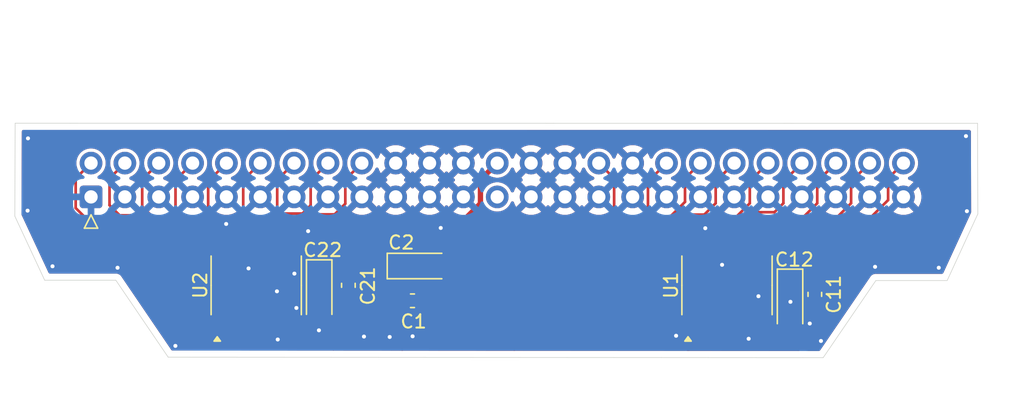
<source format=kicad_pcb>
(kicad_pcb (version 20241229) (generator "pcbnew") (generator_version "9.0")
  (layers (0 "F.Cu" signal) (2 "B.Cu" signal) (13 "F.Paste" user) (15 "B.Paste" user) (5 "F.SilkS" user "F.Silkscreen") (7 "B.SilkS" user "B.Silkscreen") (1 "F.Mask" user) (3 "B.Mask" user) (25 "Edge.Cuts" user))
  (net 0 "")
  (net 1 "SCSI_TERMPWR")
  (net 2 "GND")
  (net 3 "SCDAT0")
  (net 4 "SCDAT2")
  (net 5 "SCDAT1")
  (net 6 "SCDAT3")
  (net 7 "SCDAT5")
  (net 8 "SCDAT6")
  (net 9 "SCDAT7")
  (net 10 "SCDAT4")
  (net 11 "SCTRL_BSY")
  (net 12 "SCDATP")
  (net 13 "SCTRL_ACK")
  (net 14 "SCTRL_ATN")
  (net 15 "SCTRL_CD")
  (net 16 "SCTRL_RST")
  (net 17 "SCTRL_SEL")
  (net 18 "SCTRL_MSG")
  (net 19 "SCTRL_REQ")
  (net 20 "SCTRL_IO")
  (net 24 "VREF1")
  (net 25 "VREF2")
  (footprint "Capacitor_SMD:C_0603_1608Metric_Pad1.08x0.95mm_HandSolder" (layer "F.Cu") (at 111.04 45.61 -90)
    (property "Reference" "C21" (at 0.05 -1.47 270) (layer "F.SilkS"))
    (property "Value" "100nF")
    (fp_line (start -0.146267 0.51) (end 0.146267 0.51) (stroke (width 0.12)) (layer "F.SilkS"))
    (fp_line (start -0.146267 -0.51) (end 0.146267 -0.51) (stroke (width 0.12)) (layer "F.SilkS"))
    (pad "1" smd roundrect (at -0.8625 0 270) (size 1.075 0.95) (layers "F.Cu" "F.Mask" "F.Paste") (net 25 "VREF2"))
    (pad "2" smd roundrect (at 0.8625 0 270) (size 1.075 0.95) (layers "F.Cu" "F.Mask" "F.Paste") (net 2 "GND"))
  )
  (footprint "Capacitor_Tantalum_SMD:CP_EIA-3216-10_Kemet-I_HandSolder" (layer "F.Cu") (at 108.85 46.19 -90)
    (property "Reference" "C22" (at -3.23 -0.26 180) (layer "F.SilkS"))
    (property "Value" "4.7uF")
    (fp_line (start -2.495 0.955) (end 1.6 0.955) (stroke (width 0.12)) (layer "F.SilkS"))
    (fp_line (start -2.495 -0.955) (end -2.495 0.955) (stroke (width 0.12)) (layer "F.SilkS"))
    (fp_line (start 1.6 -0.955) (end -2.495 -0.955) (stroke (width 0.12)) (layer "F.SilkS"))
    (pad "1" smd roundrect (at -1.44 0 270) (size 1.59 1.39) (layers "F.Cu" "F.Mask" "F.Paste") (roundrect_rratio 0.179856) (net 25 "VREF2"))
    (pad "2" smd roundrect (at 1.44 0 270) (size 1.59 1.39) (layers "F.Cu" "F.Mask" "F.Paste") (roundrect_rratio 0.179856) (net 2 "GND"))
  )
  (footprint "Capacitor_Tantalum_SMD:CP_EIA-3216-10_Kemet-I_HandSolder" (layer "F.Cu") (at 116.45 44.16)
    (property "Reference" "C2" (at -1.44 -1.76 0) (layer "F.SilkS"))
    (property "Value" "4.7uF")
    (fp_line (start -2.495 -0.955) (end -2.495 0.955) (stroke (width 0.12)) (layer "F.SilkS"))
    (fp_line (start -2.495 0.955) (end 1.6 0.955) (stroke (width 0.12)) (layer "F.SilkS"))
    (fp_line (start 1.6 -0.955) (end -2.495 -0.955) (stroke (width 0.12)) (layer "F.SilkS"))
    (pad "1" smd roundrect (at -1.44 0) (size 1.59 1.39) (layers "F.Cu" "F.Mask" "F.Paste") (roundrect_rratio 0.179856) (net 1 "SCSI_TERMPWR"))
    (pad "2" smd roundrect (at 1.44 0) (size 1.59 1.39) (layers "F.Cu" "F.Mask" "F.Paste") (roundrect_rratio 0.179856) (net 2 "GND"))
  )
  (footprint "Package_SO:TSSOP-20_4.4x6.5mm_P0.65mm" (layer "F.Cu") (at 139.45 45.6125 90)
    (property "Reference" "U1" (at 0 -4.2 90) (layer "F.SilkS"))
    (property "Value" "DS21S07A")
    (fp_line (start 0 -3.385) (end 2.2 -3.385) (stroke (width 0.12)) (layer "F.SilkS"))
    (fp_line (start 0 -3.385) (end -2.2 -3.385) (stroke (width 0.12)) (layer "F.SilkS"))
    (fp_line (start 0 3.385) (end 2.2 3.385) (stroke (width 0.12)) (layer "F.SilkS"))
    (fp_line (start 0 3.385) (end -2.2 3.385) (stroke (width 0.12)) (layer "F.SilkS"))
    (fp_poly (pts (xy -3.86 -2.925) (xy -4.19 -2.685) (xy -4.19 -3.165)) (stroke (width 0.12)) (fill yes) (layer "F.SilkS"))
    (pad "1" smd roundrect (at -2.8625 -2.925 90) (size 1.475 0.4) (layers "F.Cu" "F.Mask" "F.Paste") (net 1 "SCSI_TERMPWR"))
    (pad "2" smd roundrect (at -2.8625 -2.275 90) (size 1.475 0.4) (layers "F.Cu" "F.Mask" "F.Paste") (net 2 "GND"))
    (pad "3" smd roundrect (at -2.8625 -1.625 90) (size 1.475 0.4) (layers "F.Cu" "F.Mask" "F.Paste") (net 14 "SCTRL_ATN"))
    (pad "4" smd roundrect (at -2.8625 -0.975 90) (size 1.475 0.4) (layers "F.Cu" "F.Mask" "F.Paste") (net 11 "SCTRL_BSY"))
    (pad "5" smd roundrect (at -2.8625 -0.325 90) (size 1.475 0.4) (layers "F.Cu" "F.Mask" "F.Paste") (net 13 "SCTRL_ACK"))
    (pad "6" smd roundrect (at -2.8625 0.325 90) (size 1.475 0.4) (layers "F.Cu" "F.Mask" "F.Paste") (net 16 "SCTRL_RST"))
    (pad "7" smd roundrect (at -2.8625 0.975 90) (size 1.475 0.4) (layers "F.Cu" "F.Mask" "F.Paste") (net 18 "SCTRL_MSG"))
    (pad "8" smd roundrect (at -2.8625 1.625 90) (size 1.475 0.4) (layers "F.Cu" "F.Mask" "F.Paste") (net 2 "GND"))
    (pad "9" smd roundrect (at -2.8625 2.275 90) (size 1.475 0.4) (layers "F.Cu" "F.Mask" "F.Paste") (net 24 "VREF1"))
    (pad "10" smd roundrect (at -2.8625 2.925 90) (size 1.475 0.4) (layers "F.Cu" "F.Mask" "F.Paste") (net 2 "GND"))
    (pad "11" smd roundrect (at 2.8625 2.925 90) (size 1.475 0.4) (layers "F.Cu" "F.Mask" "F.Paste") (net 1 "SCSI_TERMPWR"))
    (pad "12" smd roundrect (at 2.8625 2.275 90) (size 1.475 0.4) (layers "F.Cu" "F.Mask" "F.Paste") (net 2 "GND"))
    (pad "13" smd roundrect (at 2.8625 1.625 90) (size 1.475 0.4) (layers "F.Cu" "F.Mask" "F.Paste") (net 20 "SCTRL_IO"))
    (pad "14" smd roundrect (at 2.8625 0.975 90) (size 1.475 0.4) (layers "F.Cu" "F.Mask" "F.Paste") (net 19 "SCTRL_REQ"))
    (pad "15" smd roundrect (at 2.8625 0.325 90) (size 1.475 0.4) (layers "F.Cu" "F.Mask" "F.Paste") (net 15 "SCTRL_CD"))
    (pad "16" smd roundrect (at 2.8625 -0.325 90) (size 1.475 0.4) (layers "F.Cu" "F.Mask" "F.Paste") (net 17 "SCTRL_SEL"))
    (pad "17" smd roundrect (at 2.8625 -0.975 90) (size 1.475 0.4) (layers "F.Cu" "F.Mask" "F.Paste"))
    (pad "18" smd roundrect (at 2.8625 -1.625 90) (size 1.475 0.4) (layers "F.Cu" "F.Mask" "F.Paste") (net 2 "GND"))
    (pad "19" smd roundrect (at 2.8625 -2.275 90) (size 1.475 0.4) (layers "F.Cu" "F.Mask" "F.Paste") (net 24 "VREF1"))
    (pad "20" smd roundrect (at 2.8625 -2.925 90) (size 1.475 0.4) (layers "F.Cu" "F.Mask" "F.Paste") (net 2 "GND"))
  )
  (footprint "Package_SO:TSSOP-20_4.4x6.5mm_P0.65mm" (layer "F.Cu") (at 104.125 45.6125 90)
    (property "Reference" "U2" (at 0 -4.2 90) (layer "F.SilkS"))
    (property "Value" "DS21S07A")
    (fp_line (start 0 -3.385) (end 2.2 -3.385) (stroke (width 0.12)) (layer "F.SilkS"))
    (fp_line (start 0 -3.385) (end -2.2 -3.385) (stroke (width 0.12)) (layer "F.SilkS"))
    (fp_line (start 0 3.385) (end 2.2 3.385) (stroke (width 0.12)) (layer "F.SilkS"))
    (fp_line (start 0 3.385) (end -2.2 3.385) (stroke (width 0.12)) (layer "F.SilkS"))
    (fp_poly (pts (xy -3.86 -2.925) (xy -4.19 -2.685) (xy -4.19 -3.165)) (stroke (width 0.12)) (fill yes) (layer "F.SilkS"))
    (pad "1" smd roundrect (at -2.8625 -2.925 90) (size 1.475 0.4) (layers "F.Cu" "F.Mask" "F.Paste") (net 1 "SCSI_TERMPWR"))
    (pad "2" smd roundrect (at -2.8625 -2.275 90) (size 1.475 0.4) (layers "F.Cu" "F.Mask" "F.Paste") (net 2 "GND"))
    (pad "3" smd roundrect (at -2.8625 -1.625 90) (size 1.475 0.4) (layers "F.Cu" "F.Mask" "F.Paste") (net 3 "SCDAT0"))
    (pad "4" smd roundrect (at -2.8625 -0.975 90) (size 1.475 0.4) (layers "F.Cu" "F.Mask" "F.Paste") (net 5 "SCDAT1"))
    (pad "5" smd roundrect (at -2.8625 -0.325 90) (size 1.475 0.4) (layers "F.Cu" "F.Mask" "F.Paste") (net 4 "SCDAT2"))
    (pad "6" smd roundrect (at -2.8625 0.325 90) (size 1.475 0.4) (layers "F.Cu" "F.Mask" "F.Paste") (net 6 "SCDAT3"))
    (pad "7" smd roundrect (at -2.8625 0.975 90) (size 1.475 0.4) (layers "F.Cu" "F.Mask" "F.Paste") (net 10 "SCDAT4"))
    (pad "8" smd roundrect (at -2.8625 1.625 90) (size 1.475 0.4) (layers "F.Cu" "F.Mask" "F.Paste") (net 2 "GND"))
    (pad "9" smd roundrect (at -2.8625 2.275 90) (size 1.475 0.4) (layers "F.Cu" "F.Mask" "F.Paste") (net 25 "VREF2"))
    (pad "10" smd roundrect (at -2.8625 2.925 90) (size 1.475 0.4) (layers "F.Cu" "F.Mask" "F.Paste") (net 2 "GND"))
    (pad "11" smd roundrect (at 2.8625 2.925 90) (size 1.475 0.4) (layers "F.Cu" "F.Mask" "F.Paste") (net 1 "SCSI_TERMPWR"))
    (pad "12" smd roundrect (at 2.8625 2.275 90) (size 1.475 0.4) (layers "F.Cu" "F.Mask" "F.Paste") (net 2 "GND"))
    (pad "13" smd roundrect (at 2.8625 1.625 90) (size 1.475 0.4) (layers "F.Cu" "F.Mask" "F.Paste") (net 12 "SCDATP"))
    (pad "14" smd roundrect (at 2.8625 0.975 90) (size 1.475 0.4) (layers "F.Cu" "F.Mask" "F.Paste") (net 9 "SCDAT7"))
    (pad "15" smd roundrect (at 2.8625 0.325 90) (size 1.475 0.4) (layers "F.Cu" "F.Mask" "F.Paste") (net 8 "SCDAT6"))
    (pad "16" smd roundrect (at 2.8625 -0.325 90) (size 1.475 0.4) (layers "F.Cu" "F.Mask" "F.Paste") (net 7 "SCDAT5"))
    (pad "17" smd roundrect (at 2.8625 -0.975 90) (size 1.475 0.4) (layers "F.Cu" "F.Mask" "F.Paste"))
    (pad "18" smd roundrect (at 2.8625 -1.625 90) (size 1.475 0.4) (layers "F.Cu" "F.Mask" "F.Paste") (net 2 "GND"))
    (pad "19" smd roundrect (at 2.8625 -2.275 90) (size 1.475 0.4) (layers "F.Cu" "F.Mask" "F.Paste") (net 25 "VREF2"))
    (pad "20" smd roundrect (at 2.8625 -2.925 90) (size 1.475 0.4) (layers "F.Cu" "F.Mask" "F.Paste") (net 2 "GND"))
  )
  (footprint "Capacitor_SMD:C_0603_1608Metric_Pad1.08x0.95mm_HandSolder" (layer "F.Cu") (at 146.04 46.29 -90)
    (property "Reference" "C11" (at 0 -1.43 90) (layer "F.SilkS"))
    (property "Value" "100nF")
    (fp_line (start -0.146267 0.51) (end 0.146267 0.51) (stroke (width 0.12)) (layer "F.SilkS"))
    (fp_line (start -0.146267 -0.51) (end 0.146267 -0.51) (stroke (width 0.12)) (layer "F.SilkS"))
    (pad "1" smd roundrect (at -0.8625 0 270) (size 1.075 0.95) (layers "F.Cu" "F.Mask" "F.Paste") (net 24 "VREF1"))
    (pad "2" smd roundrect (at 0.8625 0 270) (size 1.075 0.95) (layers "F.Cu" "F.Mask" "F.Paste") (net 2 "GND"))
  )
  (footprint "Capacitor_Tantalum_SMD:CP_EIA-3216-10_Kemet-I_HandSolder" (layer "F.Cu") (at 144.18 46.89 -90)
    (property "Reference" "C12" (at -3.21 -0.32 180) (layer "F.SilkS"))
    (property "Value" "4.7uF")
    (fp_line (start -2.495 0.955) (end 1.6 0.955) (stroke (width 0.12)) (layer "F.SilkS"))
    (fp_line (start -2.495 -0.955) (end -2.495 0.955) (stroke (width 0.12)) (layer "F.SilkS"))
    (fp_line (start 1.6 -0.955) (end -2.495 -0.955) (stroke (width 0.12)) (layer "F.SilkS"))
    (pad "1" smd roundrect (at -1.44 0 270) (size 1.59 1.39) (layers "F.Cu" "F.Mask" "F.Paste") (roundrect_rratio 0.179856) (net 24 "VREF1"))
    (pad "2" smd roundrect (at 1.44 0 270) (size 1.59 1.39) (layers "F.Cu" "F.Mask" "F.Paste") (roundrect_rratio 0.179856) (net 2 "GND"))
  )
  (footprint "Connector_IDC_local:IDC-Header_2x25_P2.54mm_Horizontal" (layer "F.Cu") (at 91.73 38.9675 90)
    (property "Reference" "J1" (hide yes))
    (property "Value" "Conn_02x25_Odd_Even")
    (fp_line (start -2.35 -0.5) (end -2.35 0.5) (stroke (width 0.12)) (layer "F.SilkS"))
    (fp_line (start -1.35 0) (end -2.35 -0.5) (stroke (width 0.12)) (layer "F.SilkS"))
    (fp_line (start -2.35 0.5) (end -1.35 0) (stroke (width 0.12)) (layer "F.SilkS"))
    (pad "1" thru_hole roundrect (at 0 0 90) (size 1.7 1.7) (drill 1) (layers "*.Cu" "*.Mask") (roundrect_rratio 0.147059) (net 2 "GND"))
    (pad "2" thru_hole circle (at 2.54 0 90) (size 1.7 1.7) (drill 1) (layers "*.Cu" "*.Mask") (net 3 "SCDAT0"))
    (pad "3" thru_hole circle (at 0 2.54 90) (size 1.7 1.7) (drill 1) (layers "*.Cu" "*.Mask") (net 2 "GND"))
    (pad "4" thru_hole circle (at 2.54 2.54 90) (size 1.7 1.7) (drill 1) (layers "*.Cu" "*.Mask") (net 5 "SCDAT1"))
    (pad "5" thru_hole circle (at 0 5.08 90) (size 1.7 1.7) (drill 1) (layers "*.Cu" "*.Mask") (net 2 "GND"))
    (pad "6" thru_hole circle (at 2.54 5.08 90) (size 1.7 1.7) (drill 1) (layers "*.Cu" "*.Mask") (net 4 "SCDAT2"))
    (pad "7" thru_hole circle (at 0 7.62 90) (size 1.7 1.7) (drill 1) (layers "*.Cu" "*.Mask") (net 2 "GND"))
    (pad "8" thru_hole circle (at 2.54 7.62 90) (size 1.7 1.7) (drill 1) (layers "*.Cu" "*.Mask") (net 6 "SCDAT3"))
    (pad "9" thru_hole circle (at 0 10.16 90) (size 1.7 1.7) (drill 1) (layers "*.Cu" "*.Mask") (net 2 "GND"))
    (pad "10" thru_hole circle (at 2.54 10.16 90) (size 1.7 1.7) (drill 1) (layers "*.Cu" "*.Mask") (net 10 "SCDAT4"))
    (pad "11" thru_hole circle (at 0 12.7 90) (size 1.7 1.7) (drill 1) (layers "*.Cu" "*.Mask") (net 2 "GND"))
    (pad "12" thru_hole circle (at 2.54 12.7 90) (size 1.7 1.7) (drill 1) (layers "*.Cu" "*.Mask") (net 7 "SCDAT5"))
    (pad "13" thru_hole circle (at 0 15.24 90) (size 1.7 1.7) (drill 1) (layers "*.Cu" "*.Mask") (net 2 "GND"))
    (pad "14" thru_hole circle (at 2.54 15.24 90) (size 1.7 1.7) (drill 1) (layers "*.Cu" "*.Mask") (net 8 "SCDAT6"))
    (pad "15" thru_hole circle (at 0 17.78 90) (size 1.7 1.7) (drill 1) (layers "*.Cu" "*.Mask") (net 2 "GND"))
    (pad "16" thru_hole circle (at 2.54 17.78 90) (size 1.7 1.7) (drill 1) (layers "*.Cu" "*.Mask") (net 9 "SCDAT7"))
    (pad "17" thru_hole circle (at 0 20.32 90) (size 1.7 1.7) (drill 1) (layers "*.Cu" "*.Mask") (net 2 "GND"))
    (pad "18" thru_hole circle (at 2.54 20.32 90) (size 1.7 1.7) (drill 1) (layers "*.Cu" "*.Mask") (net 12 "SCDATP"))
    (pad "19" thru_hole circle (at 0 22.86 90) (size 1.7 1.7) (drill 1) (layers "*.Cu" "*.Mask") (net 2 "GND"))
    (pad "20" thru_hole circle (at 2.54 22.86 90) (size 1.7 1.7) (drill 1) (layers "*.Cu" "*.Mask") (net 2 "GND"))
    (pad "21" thru_hole circle (at 0 25.4 90) (size 1.7 1.7) (drill 1) (layers "*.Cu" "*.Mask") (net 2 "GND"))
    (pad "22" thru_hole circle (at 2.54 25.4 90) (size 1.7 1.7) (drill 1) (layers "*.Cu" "*.Mask") (net 2 "GND"))
    (pad "23" thru_hole circle (at 0 27.94 90) (size 1.7 1.7) (drill 1) (layers "*.Cu" "*.Mask") (net 2 "GND"))
    (pad "24" thru_hole circle (at 2.54 27.94 90) (size 1.7 1.7) (drill 1) (layers "*.Cu" "*.Mask") (net 2 "GND"))
    (pad "25" thru_hole circle (at 0 30.48 90) (size 1.7 1.7) (drill 1) (layers "*.Cu" "*.Mask"))
    (pad "26" thru_hole circle (at 2.54 30.48 90) (size 1.7 1.7) (drill 1) (layers "*.Cu" "*.Mask") (net 1 "SCSI_TERMPWR"))
    (pad "27" thru_hole circle (at 0 33.02 90) (size 1.7 1.7) (drill 1) (layers "*.Cu" "*.Mask") (net 2 "GND"))
    (pad "28" thru_hole circle (at 2.54 33.02 90) (size 1.7 1.7) (drill 1) (layers "*.Cu" "*.Mask") (net 2 "GND"))
    (pad "29" thru_hole circle (at 0 35.56 90) (size 1.7 1.7) (drill 1) (layers "*.Cu" "*.Mask") (net 2 "GND"))
    (pad "30" thru_hole circle (at 2.54 35.56 90) (size 1.7 1.7) (drill 1) (layers "*.Cu" "*.Mask") (net 2 "GND"))
    (pad "31" thru_hole circle (at 0 38.1 90) (size 1.7 1.7) (drill 1) (layers "*.Cu" "*.Mask") (net 2 "GND"))
    (pad "32" thru_hole circle (at 2.54 38.1 90) (size 1.7 1.7) (drill 1) (layers "*.Cu" "*.Mask") (net 14 "SCTRL_ATN"))
    (pad "33" thru_hole circle (at 0 40.64 90) (size 1.7 1.7) (drill 1) (layers "*.Cu" "*.Mask") (net 2 "GND"))
    (pad "34" thru_hole circle (at 2.54 40.64 90) (size 1.7 1.7) (drill 1) (layers "*.Cu" "*.Mask") (net 2 "GND"))
    (pad "35" thru_hole circle (at 0 43.18 90) (size 1.7 1.7) (drill 1) (layers "*.Cu" "*.Mask") (net 2 "GND"))
    (pad "36" thru_hole circle (at 2.54 43.18 90) (size 1.7 1.7) (drill 1) (layers "*.Cu" "*.Mask") (net 11 "SCTRL_BSY"))
    (pad "37" thru_hole circle (at 0 45.72 90) (size 1.7 1.7) (drill 1) (layers "*.Cu" "*.Mask") (net 2 "GND"))
    (pad "38" thru_hole circle (at 2.54 45.72 90) (size 1.7 1.7) (drill 1) (layers "*.Cu" "*.Mask") (net 13 "SCTRL_ACK"))
    (pad "39" thru_hole circle (at 0 48.26 90) (size 1.7 1.7) (drill 1) (layers "*.Cu" "*.Mask") (net 2 "GND"))
    (pad "40" thru_hole circle (at 2.54 48.26 90) (size 1.7 1.7) (drill 1) (layers "*.Cu" "*.Mask") (net 16 "SCTRL_RST"))
    (pad "41" thru_hole circle (at 0 50.8 90) (size 1.7 1.7) (drill 1) (layers "*.Cu" "*.Mask") (net 2 "GND"))
    (pad "42" thru_hole circle (at 2.54 50.8 90) (size 1.7 1.7) (drill 1) (layers "*.Cu" "*.Mask") (net 18 "SCTRL_MSG"))
    (pad "43" thru_hole circle (at 0 53.34 90) (size 1.7 1.7) (drill 1) (layers "*.Cu" "*.Mask") (net 2 "GND"))
    (pad "44" thru_hole circle (at 2.54 53.34 90) (size 1.7 1.7) (drill 1) (layers "*.Cu" "*.Mask") (net 17 "SCTRL_SEL"))
    (pad "45" thru_hole circle (at 0 55.88 90) (size 1.7 1.7) (drill 1) (layers "*.Cu" "*.Mask") (net 2 "GND"))
    (pad "46" thru_hole circle (at 2.54 55.88 90) (size 1.7 1.7) (drill 1) (layers "*.Cu" "*.Mask") (net 15 "SCTRL_CD"))
    (pad "47" thru_hole circle (at 0 58.42 90) (size 1.7 1.7) (drill 1) (layers "*.Cu" "*.Mask") (net 2 "GND"))
    (pad "48" thru_hole circle (at 2.54 58.42 90) (size 1.7 1.7) (drill 1) (layers "*.Cu" "*.Mask") (net 19 "SCTRL_REQ"))
    (pad "49" thru_hole circle (at 0 60.96 90) (size 1.7 1.7) (drill 1) (layers "*.Cu" "*.Mask") (net 2 "GND"))
    (pad "50" thru_hole circle (at 2.54 60.96 90) (size 1.7 1.7) (drill 1) (layers "*.Cu" "*.Mask") (net 20 "SCTRL_IO"))
  )
  (footprint "Capacitor_SMD:C_0603_1608Metric_Pad1.08x0.95mm_HandSolder" (layer "F.Cu") (at 115.85 46.77)
    (property "Reference" "C1" (at 0.08 1.56 0) (layer "F.SilkS"))
    (property "Value" "100nF")
    (fp_line (start -0.146267 -0.51) (end 0.146267 -0.51) (stroke (width 0.12)) (layer "F.SilkS"))
    (fp_line (start -0.146267 0.51) (end 0.146267 0.51) (stroke (width 0.12)) (layer "F.SilkS"))
    (pad "1" smd roundrect (at -0.8625 0) (size 1.075 0.95) (layers "F.Cu" "F.Mask" "F.Paste") (net 1 "SCSI_TERMPWR"))
    (pad "2" smd roundrect (at 0.8625 0) (size 1.075 0.95) (layers "F.Cu" "F.Mask" "F.Paste") (net 2 "GND"))
  )
  (gr_line (start 86.038889 33.43) (end 86.01 40.41) (stroke (width 0.05)) (layer "Edge.Cuts"))
  (gr_line (start 158.25 33.440001) (end 158.27 40.25) (stroke (width 0.05)) (layer "Edge.Cuts"))
  (gr_line (start 97.52 51.01) (end 146.666316 51.044712) (stroke (width 0.05)) (layer "Edge.Cuts"))
  (gr_line (start 86.04 33.43) (end 158.25 33.440001) (stroke (width 0.05)) (layer "Edge.Cuts"))
  (gr_line (start 93.593206 45.23) (end 88.255 45.23) (stroke (width 0.05)) (layer "Edge.Cuts"))
  (gr_line (start 93.593206 45.23) (end 97.52 51.01) (stroke (width 0.05)) (layer "Edge.Cuts"))
  (gr_line (start 150.62 45.25) (end 146.666316 51.044712) (stroke (width 0.05)) (layer "Edge.Cuts"))
  (gr_line (start 86.01 40.41) (end 88.255 45.23) (stroke (width 0.05)) (layer "Edge.Cuts"))
  (gr_line (start 155.97 45.25) (end 150.62 45.25) (stroke (width 0.05)) (layer "Edge.Cuts"))
  (gr_line (start 158.27 40.25) (end 155.97 45.25) (stroke (width 0.05)) (layer "Edge.Cuts"))
  (segment (start 145.01 42.75) (end 146.991558 44.731558) (width 0.4) (layer "F.Cu") (net 1))
  (segment (start 136.525 50.322342) (end 136.52 50.327342) (width 0.4) (layer "F.Cu") (net 1))
  (segment (start 120.95 37.6875) (end 122.21 36.4275) (width 0.4) (layer "F.Cu") (net 1))
  (segment (start 144.797608 50.342392) (end 136.52921 50.336552) (width 0.4) (layer "F.Cu") (net 1))
  (segment (start 117.1 42.07) (end 118.35 42.07) (width 0.4) (layer "F.Cu") (net 1))
  (segment (start 120.95 39.47) (end 120.95 37.6875) (width 0.4) (layer "F.Cu") (net 1))
  (segment (start 123.490044 50.327342) (end 136.52 50.327342) (width 0.4) (layer "F.Cu") (net 1))
  (segment (start 109.92 50.317758) (end 115.08 50.321402) (width 0.4) (layer "F.Cu") (net 1))
  (segment (start 101.215 48.5825) (end 101.215 49.895) (width 0.4) (layer "F.Cu") (net 1))
  (segment (start 146.991558 48.148442) (end 144.797608 50.342392) (width 0.4) (layer "F.Cu") (net 1))
  (segment (start 114.9875 46.77) (end 114.9875 50.228902) (width 0.4) (layer "F.Cu") (net 1))
  (segment (start 101.215 49.895) (end 101.631904 50.311904) (width 0.4) (layer "F.Cu") (net 1))
  (segment (start 115.01 44.16) (end 117.1 42.07) (width 0.4) (layer "F.Cu") (net 1))
  (segment (start 146.991558 44.731558) (end 146.991558 48.148442) (width 0.4) (layer "F.Cu") (net 1))
  (segment (start 118.35 42.07) (end 120.95 39.47) (width 0.4) (layer "F.Cu") (net 1))
  (segment (start 107.065 42.8575) (end 110.597056 42.8575) (width 0.4) (layer "F.Cu") (net 1))
  (segment (start 142.375 42.75) (end 145.01 42.75) (width 0.4) (layer "F.Cu") (net 1))
  (segment (start 114.9875 50.228902) (end 115.08 50.321402) (width 0.4) (layer "F.Cu") (net 1))
  (segment (start 115.01 44.16) (end 115.01 46.7475) (width 0.4) (layer "F.Cu") (net 1))
  (segment (start 111.916 44.176444) (end 111.916 48.321758) (width 0.4) (layer "F.Cu") (net 1))
  (segment (start 136.525 48.475) (end 136.525 50.322342) (width 0.4) (layer "F.Cu") (net 1))
  (segment (start 101.631904 50.311904) (end 109.92 50.317758) (width 0.4) (layer "F.Cu") (net 1))
  (segment (start 110.597056 42.8575) (end 111.916 44.176444) (width 0.4) (layer "F.Cu") (net 1))
  (segment (start 115.08 50.321402) (end 123.490044 50.327342) (width 0.4) (layer "F.Cu") (net 1))
  (segment (start 111.916 48.321758) (end 109.92 50.317758) (width 0.4) (layer "F.Cu") (net 1))
  (segment (start 136.52921 50.336552) (end 136.52 50.327342) (width 0.4) (layer "F.Cu") (net 1))
  (segment (start 137.156208 41.32) (end 137.82 41.32) (width 0.4) (layer "F.Cu") (net 2))
  (segment (start 136.525 41.951208) (end 137.156208 41.32) (width 0.4) (layer "F.Cu") (net 2))
  (segment (start 105.539836 49.713664) (end 105.64 49.6135) (width 0.4) (layer "F.Cu") (net 2))
  (segment (start 141.203792 44.07) (end 139.08 44.07) (width 0.4) (layer "F.Cu") (net 2))
  (segment (start 137.825 43.548792) (end 138.346208 44.07) (width 0.4) (layer "F.Cu") (net 2))
  (segment (start 137.825 41.325) (end 137.82 41.32) (width 0.4) (layer "F.Cu") (net 2))
  (segment (start 137.825 42.75) (end 137.825 41.325) (width 0.4) (layer "F.Cu") (net 2))
  (segment (start 142.023792 49.625) (end 142.375 49.273792) (width 0.4) (layer "F.Cu") (net 2))
  (segment (start 105.75 49.163792) (end 105.75 48.365) (width 0.4) (layer "F.Cu") (net 2))
  (segment (start 137.365 49.625) (end 141.075 49.625) (width 0.4) (layer "F.Cu") (net 2))
  (segment (start 137.825 42.75) (end 137.825 43.548792) (width 0.4) (layer "F.Cu") (net 2))
  (segment (start 102.111242 49.711242) (end 105.539836 49.713664) (width 0.4) (layer "F.Cu") (net 2))
  (segment (start 105.75 49.5035) (end 105.64 49.6135) (width 0.4) (layer "F.Cu") (net 2))
  (segment (start 106.4 41.951208) (end 106.811208 41.54) (width 0.4) (layer "F.Cu") (net 2))
  (segment (start 141.075 49.625) (end 142.023792 49.625) (width 0.4) (layer "F.Cu") (net 2))
  (segment (start 101.85 48.475) (end 101.85 49.45) (width 0.4) (layer "F.Cu") (net 2))
  (segment (start 136.525 42.75) (end 136.525 41.951208) (width 0.4) (layer "F.Cu") (net 2))
  (segment (start 106.811208 41.54) (end 108.02 41.54) (width 0.4) (layer "F.Cu") (net 2))
  (segment (start 142.375 49.273792) (end 142.375 48.475) (width 0.4) (layer "F.Cu") (net 2))
  (segment (start 138.346208 44.07) (end 139.08 44.07) (width 0.4) (layer "F.Cu") (net 2))
  (segment (start 137.175 48.475) (end 137.175 49.435) (width 0.4) (layer "F.Cu") (net 2))
  (segment (start 101.85 49.45) (end 102.111242 49.711242) (width 0.4) (layer "F.Cu") (net 2))
  (segment (start 106.7165 49.6135) (end 107.05 49.28) (width 0.4) (layer "F.Cu") (net 2))
  (segment (start 137.175 49.435) (end 137.365 49.625) (width 0.4) (layer "F.Cu") (net 2))
  (segment (start 141.075 48.475) (end 141.075 49.625) (width 0.4) (layer "F.Cu") (net 2))
  (segment (start 106.4 42.75) (end 106.4 41.951208) (width 0.4) (layer "F.Cu") (net 2))
  (segment (start 107.05 49.28) (end 107.05 48.475) (width 0.4) (layer "F.Cu") (net 2))
  (segment (start 141.725 42.75) (end 141.725 43.548792) (width 0.4) (layer "F.Cu") (net 2))
  (segment (start 105.64 49.6135) (end 106.7165 49.6135) (width 0.4) (layer "F.Cu") (net 2))
  (segment (start 107.05 49.163792) (end 107.05 48.365) (width 0.4) (layer "F.Cu") (net 2))
  (segment (start 101.85 48.365) (end 101.85 49.3) (width 0.4) (layer "F.Cu") (net 2))
  (segment (start 144.21 46.85) (end 145.7375 46.85) (width 0.4) (layer "F.Cu") (net 2))
  (segment (start 141.725 43.548792) (end 141.203792 44.07) (width 0.4) (layer "F.Cu") (net 2))
  (segment (start 105.75 48.475) (end 105.75 49.5035) (width 0.4) (layer "F.Cu") (net 2))
  (segment (start 145.7375 46.85) (end 146.04 47.1525) (width 0.4) (layer "F.Cu") (net 2))
  (via (at 157.45 40.04) (size 0.6) (drill 0.3) (layers "F.Cu" "B.Cu") (net 2))
  (via (at 112.21 49.46) (size 0.6) (drill 0.3) (layers "F.Cu" "B.Cu") (net 2))
  (via (at 88.84 44.18) (size 0.6) (drill 0.3) (layers "F.Cu" "B.Cu") (net 2))
  (via (at 115.86 49.44) (size 0.6) (drill 0.3) (layers "F.Cu" "B.Cu") (net 2))
  (via (at 141.075 49.625) (size 0.6) (drill 0.3) (layers "F.Cu" "B.Cu") (net 2))
  (via (at 145.66 48.48) (size 0.6) (drill 0.3) (layers "F.Cu" "B.Cu") (net 2))
  (via (at 155.34 44.29) (size 0.6) (drill 0.3) (layers "F.Cu" "B.Cu") (net 2))
  (via (at 107.14 47.31) (size 0.6) (drill 0.3) (layers "F.Cu" "B.Cu") (net 2))
  (via (at 150.56 44.22) (size 0.6) (drill 0.3) (layers "F.Cu" "B.Cu") (net 2))
  (via (at 103.55 44.34) (size 0.6) (drill 0.3) (layers "F.Cu" "B.Cu") (net 2))
  (via (at 105.74 49.68) (size 0.6) (drill 0.3) (layers "F.Cu" "B.Cu") (net 2))
  (via (at 141.81 46.43) (size 0.6) (drill 0.3) (layers "F.Cu" "B.Cu") (net 2))
  (via (at 135.63 49.4) (size 0.6) (drill 0.3) (layers "F.Cu" "B.Cu") (net 2))
  (via (at 117.97 41.3) (size 0.6) (drill 0.3) (layers "F.Cu" "B.Cu") (net 2))
  (via (at 114.14 49.49) (size 0.6) (drill 0.3) (layers "F.Cu" "B.Cu") (net 2))
  (via (at 87 34.57) (size 0.6) (drill 0.3) (layers "F.Cu" "B.Cu") (net 2))
  (via (at 146.5 49.79) (size 0.6) (drill 0.3) (layers "F.Cu" "B.Cu") (net 2))
  (via (at 108.02 41.54) (size 0.6) (drill 0.3) (layers "F.Cu" "B.Cu") (net 2))
  (via (at 101.87 41) (size 0.6) (drill 0.3) (layers "F.Cu" "B.Cu") (net 2))
  (via (at 157.38 34.4) (size 0.6) (drill 0.3) (layers "F.Cu" "B.Cu") (net 2))
  (via (at 144.21 46.85) (size 0.6) (drill 0.3) (layers "F.Cu" "B.Cu") (net 2))
  (via (at 137.82 41.32) (size 0.6) (drill 0.3) (layers "F.Cu" "B.Cu") (net 2))
  (via (at 93.72 44.29) (size 0.6) (drill 0.3) (layers "F.Cu" "B.Cu") (net 2))
  (via (at 105.68 46.06) (size 0.6) (drill 0.3) (layers "F.Cu" "B.Cu") (net 2))
  (via (at 86.97 40) (size 0.6) (drill 0.3) (layers "F.Cu" "B.Cu") (net 2))
  (via (at 108.83 48.99) (size 0.6) (drill 0.3) (layers "F.Cu" "B.Cu") (net 2))
  (via (at 106.99 44.73) (size 0.6) (drill 0.3) (layers "F.Cu" "B.Cu") (net 2))
  (via (at 98.06 50.16) (size 0.6) (drill 0.3) (layers "F.Cu" "B.Cu") (net 2))
  (via (at 139.08 44.07) (size 0.6) (drill 0.3) (layers "F.Cu" "B.Cu") (net 2))
  (segment (start 91.73 36.4275) (end 90.579 37.5785) (width 0.2) (layer "F.Cu") (net 3))
  (segment (start 95.5026 40.761) (end 102.515 47.7734) (width 0.2) (layer "F.Cu") (net 3))
  (segment (start 102.515 47.7734) (end 102.515 48.5825) (width 0.2) (layer "F.Cu") (net 3))
  (segment (start 91.53734 40.761) (end 95.5026 40.761) (width 0.2) (layer "F.Cu") (net 3))
  (segment (start 90.579 39.80266) (end 91.53734 40.761) (width 0.2) (layer "F.Cu") (net 3))
  (segment (start 90.579 37.5785) (end 90.579 39.80266) (width 0.2) (layer "F.Cu") (net 3))
  (segment (start 99.718 43.8422) (end 99.718 43.8351) (width 0.2) (layer "F.Cu") (net 4))
  (segment (start 100.8881 44.7981) (end 100.6739 44.7981) (width 0.2) (layer "F.Cu") (net 4))
  (segment (start 95.57 39.6871) (end 95.57 37.6675) (width 0.2) (layer "F.Cu") (net 4))
  (segment (start 95.57 37.6675) (end 96.81 36.4275) (width 0.2) (layer "F.Cu") (net 4))
  (segment (start 103.815 47.725) (end 100.8881 44.7981) (width 0.2) (layer "F.Cu") (net 4))
  (segment (start 100.6739 44.7981) (end 99.718 43.8422) (width 0.2) (layer "F.Cu") (net 4))
  (segment (start 103.815 48.5825) (end 103.815 47.725) (width 0.2) (layer "F.Cu") (net 4))
  (segment (start 99.718 43.8351) (end 95.57 39.6871) (width 0.2) (layer "F.Cu") (net 4))
  (segment (start 93.8871 40.36) (end 93.119 39.5919) (width 0.2) (layer "F.Cu") (net 5))
  (segment (start 93.119 37.5785) (end 94.27 36.4275) (width 0.2) (layer "F.Cu") (net 5))
  (segment (start 93.119 39.5919) (end 93.119 37.5785) (width 0.2) (layer "F.Cu") (net 5))
  (segment (start 103.165 48.5825) (end 103.165 47.975) (width 0.2) (layer "F.Cu") (net 5))
  (segment (start 103.15 47.81763) (end 102.76887 47.4365) (width 0.2) (layer "F.Cu") (net 5))
  (segment (start 94.03 40.36) (end 93.8871 40.36) (width 0.2) (layer "F.Cu") (net 5))
  (segment (start 102.76887 47.4365) (end 102.7452 47.4365) (width 0.2) (layer "F.Cu") (net 5))
  (segment (start 95.6687 40.36) (end 94.03 40.36) (width 0.2) (layer "F.Cu") (net 5))
  (segment (start 103.15 48.475) (end 103.15 47.81763) (width 0.2) (layer "F.Cu") (net 5))
  (segment (start 102.7452 47.4365) (end 95.6687 40.36) (width 0.2) (layer "F.Cu") (net 5))
  (segment (start 95.6758 40.36) (end 94.03 40.36) (width 0.2) (layer "F.Cu") (net 5))
  (segment (start 101.0571 44.3971) (end 104.465 47.805) (width 0.2) (layer "F.Cu") (net 6))
  (segment (start 98.069 37.7085) (end 98.069 41.619) (width 0.2) (layer "F.Cu") (net 6))
  (segment (start 98.069 41.619) (end 100.119 43.669) (width 0.2) (layer "F.Cu") (net 6))
  (segment (start 100.84 44.3971) (end 101.0571 44.3971) (width 0.2) (layer "F.Cu") (net 6))
  (segment (start 99.35 36.4275) (end 98.069 37.7085) (width 0.2) (layer "F.Cu") (net 6))
  (segment (start 104.465 47.805) (end 104.465 48.5825) (width 0.2) (layer "F.Cu") (net 6))
  (segment (start 100.119 43.6761) (end 100.84 44.3971) (width 0.2) (layer "F.Cu") (net 6))
  (segment (start 100.119 43.669) (end 100.119 43.6761) (width 0.2) (layer "F.Cu") (net 6))
  (segment (start 103.15 41.53513) (end 103.815 42.20013) (width 0.2) (layer "F.Cu") (net 7))
  (segment (start 104.43 36.4275) (end 103.15 37.7075) (width 0.2) (layer "F.Cu") (net 7))
  (segment (start 103.15 37.7075) (end 103.15 41.53513) (width 0.2) (layer "F.Cu") (net 7))
  (segment (start 105.7 39.94713) (end 104.465 41.18213) (width 0.2) (layer "F.Cu") (net 8))
  (segment (start 104.465 41.18213) (end 104.465 42.8575) (width 0.2) (layer "F.Cu") (net 8))
  (segment (start 106.97 36.4275) (end 105.7 37.6975) (width 0.2) (layer "F.Cu") (net 8))
  (segment (start 105.7 37.6975) (end 105.7 39.94713) (width 0.2) (layer "F.Cu") (net 8))
  (segment (start 108.21 39.6) (end 107.59 40.22) (width 0.2) (layer "F.Cu") (net 9))
  (segment (start 108.21 37.7275) (end 108.21 39.6) (width 0.2) (layer "F.Cu") (net 9))
  (segment (start 107.59 40.22) (end 106.03 40.22) (width 0.2) (layer "F.Cu") (net 9))
  (segment (start 109.51 36.4275) (end 108.21 37.7275) (width 0.2) (layer "F.Cu") (net 9))
  (segment (start 106.03 40.22) (end 105.115 41.135) (width 0.2) (layer "F.Cu") (net 9))
  (segment (start 105.115 41.135) (end 105.115 42.8575) (width 0.2) (layer "F.Cu") (net 9))
  (segment (start 100.995 43.985) (end 101.245 43.985) (width 0.2) (layer "F.Cu") (net 10))
  (segment (start 101.89 36.4275) (end 100.52 37.7975) (width 0.2) (layer "F.Cu") (net 10))
  (segment (start 101.245 43.985) (end 105.115 47.855) (width 0.2) (layer "F.Cu") (net 10))
  (segment (start 100.52 43.51) (end 100.995 43.985) (width 0.2) (layer "F.Cu") (net 10))
  (segment (start 100.52 37.7975) (end 100.52 43.51) (width 0.2) (layer "F.Cu") (net 10))
  (segment (start 133.52 42.7942) (end 133.52 37.8175) (width 0.2) (layer "F.Cu") (net 11))
  (segment (start 133.52 37.8175) (end 134.91 36.4275) (width 0.2) (layer "F.Cu") (net 11))
  (segment (start 138.475 48.475) (end 138.475 47.7492) (width 0.2) (layer "F.Cu") (net 11))
  (segment (start 138.475 47.7492) (end 133.52 42.7942) (width 0.2) (layer "F.Cu") (net 11))
  (segment (start 107.84 40.64) (end 106.64 40.64) (width 0.2) (layer "F.Cu") (net 12))
  (segment (start 108.2 40.28) (end 107.84 40.64) (width 0.2) (layer "F.Cu") (net 12))
  (segment (start 110.01 40.28) (end 108.2 40.28) (width 0.2) (layer "F.Cu") (net 12))
  (segment (start 110.81 39.48) (end 110.01 40.28) (width 0.2) (layer "F.Cu") (net 12))
  (segment (start 110.81 37.6675) (end 110.81 39.48) (width 0.2) (layer "F.Cu") (net 12))
  (segment (start 112.05 36.4275) (end 110.81 37.6675) (width 0.2) (layer "F.Cu") (net 12))
  (segment (start 105.765 41.515) (end 105.765 42.8575) (width 0.2) (layer "F.Cu") (net 12))
  (segment (start 106.64 40.64) (end 105.765 41.515) (width 0.2) (layer "F.Cu") (net 12))
  (segment (start 136.299 37.5785) (end 137.45 36.4275) (width 0.2) (layer "F.Cu") (net 13))
  (segment (start 134.899 40.741) (end 136.299 39.341) (width 0.2) (layer "F.Cu") (net 13))
  (segment (start 136.0378 44.742) (end 134.899 43.6032) (width 0.2) (layer "F.Cu") (net 13))
  (segment (start 139.125 47.65183) (end 136.21517 44.742) (width 0.2) (layer "F.Cu") (net 13))
  (segment (start 134.899 43.6032) (end 134.899 40.741) (width 0.2) (layer "F.Cu") (net 13))
  (segment (start 139.125 47.80955) (end 139.125 47.65183) (width 0.2) (layer "F.Cu") (net 13))
  (segment (start 136.299 39.341) (end 136.299 37.5785) (width 0.2) (layer "F.Cu") (net 13))
  (segment (start 136.21517 44.742) (end 136.0378 44.742) (width 0.2) (layer "F.Cu") (net 13))
  (segment (start 137.825 48.475) (end 137.825 47.6663) (width 0.2) (layer "F.Cu") (net 14))
  (segment (start 130.981 40.8223) (end 130.981 37.5785) (width 0.2) (layer "F.Cu") (net 14))
  (segment (start 130.981 37.5785) (end 129.83 36.4275) (width 0.2) (layer "F.Cu") (net 14))
  (segment (start 137.825 47.6663) (end 130.981 40.8223) (width 0.2) (layer "F.Cu") (net 14))
  (segment (start 147.61 36.4275) (end 146.3 37.7375) (width 0.2) (layer "F.Cu") (net 15))
  (segment (start 141.223806 40.5195) (end 145.14576 40.5195) (width 0.2) (layer "F.Cu") (net 15))
  (segment (start 145.14576 40.5195) (end 146.221 39.44426) (width 0.2) (layer "F.Cu") (net 15))
  (segment (start 146.221 39.44426) (end 146.221 37.8165) (width 0.2) (layer "F.Cu") (net 15))
  (segment (start 139.775 42.75) (end 139.775 41.968306) (width 0.2) (layer "F.Cu") (net 15))
  (segment (start 146.221 37.8165) (end 147.61 36.4275) (width 0.2) (layer "F.Cu") (net 15))
  (segment (start 139.775 41.968306) (end 141.223806 40.5195) (width 0.2) (layer "F.Cu") (net 15))
  (segment (start 136.38127 44.341) (end 136.2039 44.341) (width 0.2) (layer "F.Cu") (net 16))
  (segment (start 137.74526 40.3) (end 138.601 39.44426) (width 0.2) (layer "F.Cu") (net 16))
  (segment (start 135.3 43.4371) (end 135.3 40.9071) (width 0.2) (layer "F.Cu") (net 16))
  (segment (start 139.99 36.4275) (end 138.73 37.6875) (width 0.2) (layer "F.Cu") (net 16))
  (segment (start 138.601 39.44426) (end 138.601 37.8165) (width 0.2) (layer "F.Cu") (net 16))
  (segment (start 136.2039 44.341) (end 136.22355 44.341) (width 0.2) (layer "F.Cu") (net 16))
  (segment (start 135.3 40.9071) (end 135.9071 40.3) (width 0.2) (layer "F.Cu") (net 16))
  (segment (start 138.601 37.8165) (end 139.99 36.4275) (width 0.2) (layer "F.Cu") (net 16))
  (segment (start 136.2039 44.341) (end 135.3 43.4371) (width 0.2) (layer "F.Cu") (net 16))
  (segment (start 139.775 47.73473) (end 136.38127 44.341) (width 0.2) (layer "F.Cu") (net 16))
  (segment (start 135.9071 40.3) (end 137.74526 40.3) (width 0.2) (layer "F.Cu") (net 16))
  (segment (start 139.775 48.475) (end 139.775 47.73473) (width 0.2) (layer "F.Cu") (net 16))
  (segment (start 143.681 39.44426) (end 143.00676 40.1185) (width 0.2) (layer "F.Cu") (net 17))
  (segment (start 143.681 37.8165) (end 143.681 39.44426) (width 0.2) (layer "F.Cu") (net 17))
  (segment (start 145.07 36.4275) (end 143.681 37.8165) (width 0.2) (layer "F.Cu") (net 17))
  (segment (start 139.125 42.75) (end 139.125 42.051206) (width 0.2) (layer "F.Cu") (net 17))
  (segment (start 143.00676 40.1185) (end 141.057706 40.1185) (width 0.2) (layer "F.Cu") (net 17))
  (segment (start 139.125 42.051206) (end 141.057706 40.1185) (width 0.2) (layer "F.Cu") (net 17))
  (segment (start 141.16 39.45) (end 139.909 40.701) (width 0.2) (layer "F.Cu") (net 18))
  (segment (start 136.37 43.94) (end 136.54737 43.94) (width 0.2) (layer "F.Cu") (net 18))
  (segment (start 135.76 41.231) (end 135.76 43.33) (width 0.2) (layer "F.Cu") (net 18))
  (segment (start 136.29 40.701) (end 135.76 41.231) (width 0.2) (layer "F.Cu") (net 18))
  (segment (start 139.909 40.701) (end 136.29 40.701) (width 0.2) (layer "F.Cu") (net 18))
  (segment (start 136.54737 43.94) (end 140.425 47.81763) (width 0.2) (layer "F.Cu") (net 18))
  (segment (start 141.16 37.7975) (end 141.16 39.45) (width 0.2) (layer "F.Cu") (net 18))
  (segment (start 142.53 36.4275) (end 141.16 37.7975) (width 0.2) (layer "F.Cu") (net 18))
  (segment (start 140.425 47.81763) (end 140.425 48.475) (width 0.2) (layer "F.Cu") (net 18))
  (segment (start 135.76 43.33) (end 136.37 43.94) (width 0.2) (layer "F.Cu") (net 18))
  (segment (start 147.28476 40.9205) (end 141.389906 40.9205) (width 0.2) (layer "F.Cu") (net 19))
  (segment (start 141.389906 40.9205) (end 140.425 41.885406) (width 0.2) (layer "F.Cu") (net 19))
  (segment (start 140.425 41.885406) (end 140.425 42.75) (width 0.2) (layer "F.Cu") (net 19))
  (segment (start 148.761 37.8165) (end 148.761 39.44426) (width 0.2) (layer "F.Cu") (net 19))
  (segment (start 150.15 36.4275) (end 148.761 37.8165) (width 0.2) (layer "F.Cu") (net 19))
  (segment (start 148.761 39.44426) (end 147.28476 40.9205) (width 0.2) (layer "F.Cu") (net 19))
  (segment (start 141.766001 41.3215) (end 149.42376 41.3215) (width 0.2) (layer "F.Cu") (net 20))
  (segment (start 141.075 42.75) (end 141.075 42.012501) (width 0.2) (layer "F.Cu") (net 20))
  (segment (start 151.539 39.20626) (end 151.539 37.5785) (width 0.2) (layer "F.Cu") (net 20))
  (segment (start 141.075 42.012501) (end 141.766001 41.3215) (width 0.2) (layer "F.Cu") (net 20))
  (segment (start 151.539 37.5785) (end 152.69 36.4275) (width 0.2) (layer "F.Cu") (net 20))
  (segment (start 149.42376 41.3215) (end 151.539 39.20626) (width 0.2) (layer "F.Cu") (net 20))
  (segment (start 140.65239 47.3365) (end 137.175 43.85911) (width 0.4) (layer "F.Cu") (net 24))
  (segment (start 141.676 47.627208) (end 141.385292 47.3365) (width 0.4) (layer "F.Cu") (net 24))
  (segment (start 141.725 47.676208) (end 141.725 48.475) (width 0.4) (layer "F.Cu") (net 24))
  (segment (start 143.951208 45.45) (end 141.725 47.676208) (width 0.4) (layer "F.Cu") (net 24))
  (segment (start 141.725 48.475) (end 141.725 48.098792) (width 0.4) (layer "F.Cu") (net 24))
  (segment (start 137.175 43.85911) (end 137.175 42.75) (width 0.4) (layer "F.Cu") (net 24))
  (segment (start 141.676 48.049792) (end 141.676 47.627208) (width 0.4) (layer "F.Cu") (net 24))
  (segment (start 146.04 45.4275) (end 144.2025 45.4275) (width 0.4) (layer "F.Cu") (net 24))
  (segment (start 141.385292 47.3365) (end 140.65239 47.3365) (width 0.4) (layer "F.Cu") (net 24))
  (segment (start 141.725 48.098792) (end 141.676 48.049792) (width 0.4) (layer "F.Cu") (net 24))
  (segment (start 106.4 47.2265) (end 106.4 47.566208) (width 0.4) (layer "F.Cu") (net 25))
  (segment (start 111.04 44.7475) (end 108.8525 44.7475) (width 0.4) (layer "F.Cu") (net 25))
  (segment (start 105.237208 47.2265) (end 106.4 47.2265) (width 0.4) (layer "F.Cu") (net 25))
  (segment (start 106.415 46.635) (end 108.3 44.75) (width 0.4) (layer "F.Cu") (net 25))
  (segment (start 106.415 47.783708) (end 106.415 46.635) (width 0.4) (layer "F.Cu") (net 25))
  (segment (start 101.865 42.8575) (end 101.865 43.854292) (width 0.4) (layer "F.Cu") (net 25))
  (segment (start 108.3 44.75) (end 108.708636 44.75) (width 0.4) (layer "F.Cu") (net 25))
  (segment (start 101.865 43.854292) (end 105.237208 47.2265) (width 0.4) (layer "F.Cu") (net 25))
  (zone (net 2) (net_name "GND") (layers "F.Cu" "B.Cu") (connect_pads (clearance 0.25)) (min_thickness 0.25) (fill yes (thermal_gap 0.5) (thermal_bridge_width 0.5))
    (polygon (pts (xy 84.9 33.64) (xy 84.98 46.09) (xy 90.75 54.21) (xy 155.11 55) (xy 161.76 40.28) (xy 161.64 33.65)))
  )
)
</source>
